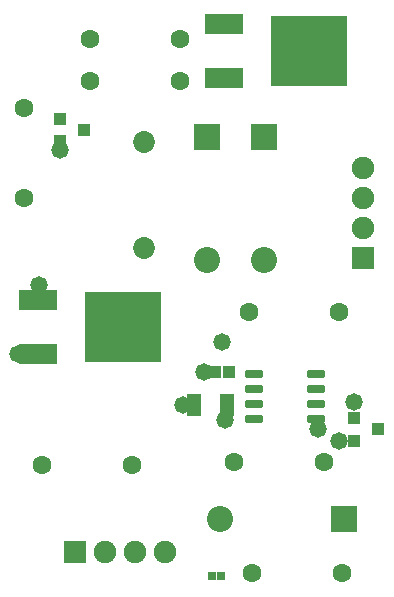
<source format=gts>
G04 Layer_Color=8388736*
%FSLAX25Y25*%
%MOIN*%
G70*
G01*
G75*
%ADD35R,0.04343X0.03950*%
%ADD36R,0.03005X0.02847*%
%ADD37R,0.04540X0.07493*%
%ADD38R,0.03950X0.04343*%
%ADD39R,0.25210X0.23635*%
%ADD40R,0.12611X0.07099*%
G04:AMPARAMS|DCode=41|XSize=29.65mil|YSize=57.21mil|CornerRadius=5.95mil|HoleSize=0mil|Usage=FLASHONLY|Rotation=270.000|XOffset=0mil|YOffset=0mil|HoleType=Round|Shape=RoundedRectangle|*
%AMROUNDEDRECTD41*
21,1,0.02965,0.04532,0,0,270.0*
21,1,0.01776,0.05721,0,0,270.0*
1,1,0.01190,-0.02266,-0.00888*
1,1,0.01190,-0.02266,0.00888*
1,1,0.01190,0.02266,0.00888*
1,1,0.01190,0.02266,-0.00888*
%
%ADD41ROUNDEDRECTD41*%
%ADD42C,0.06312*%
%ADD43R,0.08674X0.08674*%
%ADD44C,0.08674*%
%ADD45C,0.07493*%
%ADD46R,0.07493X0.07493*%
%ADD47R,0.08674X0.08674*%
%ADD48C,0.07296*%
%ADD49R,0.07493X0.07493*%
%ADD50C,0.05800*%
D35*
X248937Y145000D02*
D03*
X241063Y141260D02*
D03*
Y148740D02*
D03*
X150874Y244740D02*
D03*
X143000Y241000D02*
D03*
Y248480D02*
D03*
D36*
X193504Y96000D02*
D03*
X196496D02*
D03*
D37*
X198512Y153000D02*
D03*
X187488D02*
D03*
D38*
X194539Y164000D02*
D03*
X199461D02*
D03*
D39*
X226024Y271000D02*
D03*
X164024Y179000D02*
D03*
D40*
X197677Y261984D02*
D03*
Y280016D02*
D03*
X135677Y169984D02*
D03*
Y188016D02*
D03*
D41*
X228335Y148500D02*
D03*
Y153500D02*
D03*
Y158500D02*
D03*
Y163500D02*
D03*
X207665Y148500D02*
D03*
Y153500D02*
D03*
Y158500D02*
D03*
Y163500D02*
D03*
D42*
X207000Y97000D02*
D03*
X237000D02*
D03*
X231000Y134000D02*
D03*
X201000D02*
D03*
X236000Y184000D02*
D03*
X206000D02*
D03*
X131000Y252000D02*
D03*
Y222000D02*
D03*
X153000Y275000D02*
D03*
X183000D02*
D03*
X153000Y261000D02*
D03*
X183000D02*
D03*
X167000Y133000D02*
D03*
X137000D02*
D03*
D43*
X237591Y115000D02*
D03*
D44*
X196409D02*
D03*
X192000Y201409D02*
D03*
X211000D02*
D03*
D45*
X178000Y104000D02*
D03*
X168000D02*
D03*
X158000D02*
D03*
X244000Y232000D02*
D03*
Y222000D02*
D03*
Y212000D02*
D03*
D46*
X148000Y104000D02*
D03*
D47*
X192000Y242590D02*
D03*
X211000D02*
D03*
D48*
X171000Y205283D02*
D03*
Y240717D02*
D03*
D49*
X244000Y202000D02*
D03*
D50*
X236000Y141000D02*
D03*
X197000Y174000D02*
D03*
X198000Y148000D02*
D03*
X143000Y238000D02*
D03*
X129000Y170000D02*
D03*
X184000Y153000D02*
D03*
X191000Y164000D02*
D03*
X241000Y154000D02*
D03*
X229000Y145000D02*
D03*
X136000Y193000D02*
D03*
M02*

</source>
